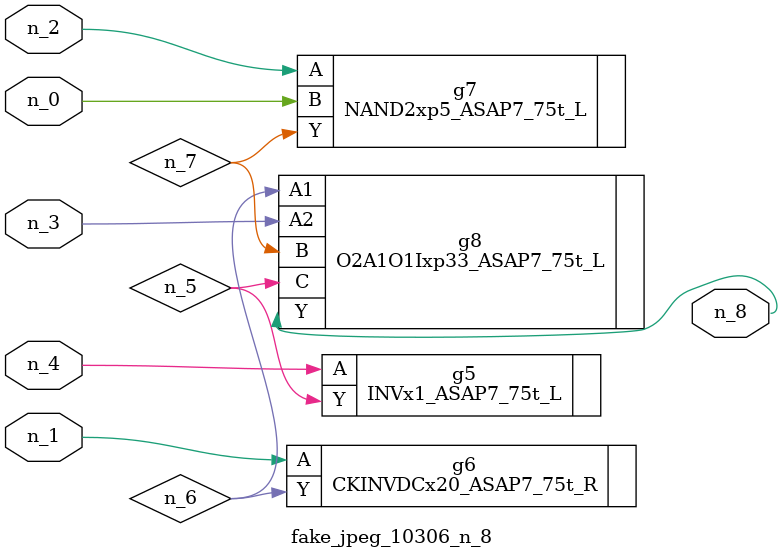
<source format=v>
module fake_jpeg_10306_n_8 (n_3, n_2, n_1, n_0, n_4, n_8);

input n_3;
input n_2;
input n_1;
input n_0;
input n_4;

output n_8;

wire n_6;
wire n_5;
wire n_7;

INVx1_ASAP7_75t_L g5 ( 
.A(n_4),
.Y(n_5)
);

CKINVDCx20_ASAP7_75t_R g6 ( 
.A(n_1),
.Y(n_6)
);

NAND2xp5_ASAP7_75t_L g7 ( 
.A(n_2),
.B(n_0),
.Y(n_7)
);

O2A1O1Ixp33_ASAP7_75t_L g8 ( 
.A1(n_6),
.A2(n_3),
.B(n_7),
.C(n_5),
.Y(n_8)
);


endmodule
</source>
